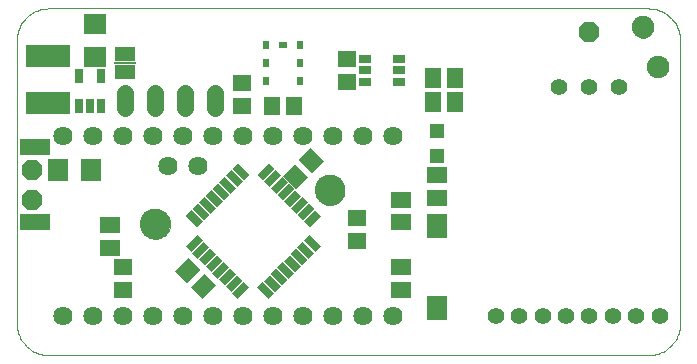
<source format=gts>
G75*
%MOIN*%
%OFA0B0*%
%FSLAX24Y24*%
%IPPOS*%
%LPD*%
%AMOC8*
5,1,8,0,0,1.08239X$1,22.5*
%
%ADD10C,0.0000*%
%ADD11C,0.0749*%
%ADD12C,0.0001*%
%ADD13C,0.1024*%
%ADD14R,0.0540X0.0260*%
%ADD15R,0.0260X0.0540*%
%ADD16R,0.0670X0.0552*%
%ADD17R,0.0552X0.0631*%
%ADD18R,0.0631X0.0552*%
%ADD19C,0.0555*%
%ADD20R,0.0512X0.0512*%
%ADD21R,0.0237X0.0276*%
%ADD22R,0.0276X0.0237*%
%ADD23R,0.0394X0.0316*%
%ADD24C,0.0640*%
%ADD25OC8,0.0670*%
%ADD26R,0.0552X0.0670*%
%ADD27C,0.0560*%
%ADD28R,0.0257X0.0512*%
%ADD29R,0.1457X0.0749*%
%ADD30R,0.0670X0.0749*%
%ADD31R,0.0749X0.0670*%
%ADD32R,0.0670X0.0500*%
%ADD33R,0.0720X0.0060*%
%ADD34R,0.0670X0.0827*%
%ADD35R,0.1040X0.0540*%
D10*
X001305Y000180D02*
X021305Y000180D01*
X022368Y001243D02*
X022368Y010680D01*
X020764Y011118D02*
X020766Y011155D01*
X020772Y011192D01*
X020781Y011227D01*
X020795Y011262D01*
X020811Y011295D01*
X020832Y011326D01*
X020855Y011355D01*
X020881Y011381D01*
X020910Y011404D01*
X020941Y011425D01*
X020974Y011441D01*
X021009Y011455D01*
X021044Y011464D01*
X021081Y011470D01*
X021118Y011472D01*
X021155Y011470D01*
X021192Y011464D01*
X021227Y011455D01*
X021262Y011441D01*
X021295Y011425D01*
X021326Y011404D01*
X021355Y011381D01*
X021381Y011355D01*
X021404Y011326D01*
X021425Y011295D01*
X021441Y011262D01*
X021455Y011227D01*
X021464Y011192D01*
X021470Y011155D01*
X021472Y011118D01*
X021470Y011081D01*
X021464Y011044D01*
X021455Y011009D01*
X021441Y010974D01*
X021425Y010941D01*
X021404Y010910D01*
X021381Y010881D01*
X021355Y010855D01*
X021326Y010832D01*
X021295Y010811D01*
X021262Y010795D01*
X021227Y010781D01*
X021192Y010772D01*
X021155Y010766D01*
X021118Y010764D01*
X021081Y010766D01*
X021044Y010772D01*
X021009Y010781D01*
X020974Y010795D01*
X020941Y010811D01*
X020910Y010832D01*
X020881Y010855D01*
X020855Y010881D01*
X020832Y010910D01*
X020811Y010941D01*
X020795Y010974D01*
X020781Y011009D01*
X020772Y011044D01*
X020766Y011081D01*
X020764Y011118D01*
X021305Y011743D02*
X001305Y011743D01*
X000243Y010680D02*
X000243Y001243D01*
X004376Y004555D02*
X004378Y004599D01*
X004384Y004643D01*
X004394Y004686D01*
X004407Y004728D01*
X004425Y004768D01*
X004446Y004807D01*
X004470Y004844D01*
X004497Y004879D01*
X004528Y004911D01*
X004561Y004940D01*
X004597Y004966D01*
X004635Y004988D01*
X004675Y005007D01*
X004716Y005023D01*
X004759Y005035D01*
X004802Y005043D01*
X004846Y005047D01*
X004890Y005047D01*
X004934Y005043D01*
X004977Y005035D01*
X005020Y005023D01*
X005061Y005007D01*
X005101Y004988D01*
X005139Y004966D01*
X005175Y004940D01*
X005208Y004911D01*
X005239Y004879D01*
X005266Y004844D01*
X005290Y004807D01*
X005311Y004768D01*
X005329Y004728D01*
X005342Y004686D01*
X005352Y004643D01*
X005358Y004599D01*
X005360Y004555D01*
X005358Y004511D01*
X005352Y004467D01*
X005342Y004424D01*
X005329Y004382D01*
X005311Y004342D01*
X005290Y004303D01*
X005266Y004266D01*
X005239Y004231D01*
X005208Y004199D01*
X005175Y004170D01*
X005139Y004144D01*
X005101Y004122D01*
X005061Y004103D01*
X005020Y004087D01*
X004977Y004075D01*
X004934Y004067D01*
X004890Y004063D01*
X004846Y004063D01*
X004802Y004067D01*
X004759Y004075D01*
X004716Y004087D01*
X004675Y004103D01*
X004635Y004122D01*
X004597Y004144D01*
X004561Y004170D01*
X004528Y004199D01*
X004497Y004231D01*
X004470Y004266D01*
X004446Y004303D01*
X004425Y004342D01*
X004407Y004382D01*
X004394Y004424D01*
X004384Y004467D01*
X004378Y004511D01*
X004376Y004555D01*
X010188Y005680D02*
X010190Y005724D01*
X010196Y005768D01*
X010206Y005811D01*
X010219Y005853D01*
X010237Y005893D01*
X010258Y005932D01*
X010282Y005969D01*
X010309Y006004D01*
X010340Y006036D01*
X010373Y006065D01*
X010409Y006091D01*
X010447Y006113D01*
X010487Y006132D01*
X010528Y006148D01*
X010571Y006160D01*
X010614Y006168D01*
X010658Y006172D01*
X010702Y006172D01*
X010746Y006168D01*
X010789Y006160D01*
X010832Y006148D01*
X010873Y006132D01*
X010913Y006113D01*
X010951Y006091D01*
X010987Y006065D01*
X011020Y006036D01*
X011051Y006004D01*
X011078Y005969D01*
X011102Y005932D01*
X011123Y005893D01*
X011141Y005853D01*
X011154Y005811D01*
X011164Y005768D01*
X011170Y005724D01*
X011172Y005680D01*
X011170Y005636D01*
X011164Y005592D01*
X011154Y005549D01*
X011141Y005507D01*
X011123Y005467D01*
X011102Y005428D01*
X011078Y005391D01*
X011051Y005356D01*
X011020Y005324D01*
X010987Y005295D01*
X010951Y005269D01*
X010913Y005247D01*
X010873Y005228D01*
X010832Y005212D01*
X010789Y005200D01*
X010746Y005192D01*
X010702Y005188D01*
X010658Y005188D01*
X010614Y005192D01*
X010571Y005200D01*
X010528Y005212D01*
X010487Y005228D01*
X010447Y005247D01*
X010409Y005269D01*
X010373Y005295D01*
X010340Y005324D01*
X010309Y005356D01*
X010282Y005391D01*
X010258Y005428D01*
X010237Y005467D01*
X010219Y005507D01*
X010206Y005549D01*
X010196Y005592D01*
X010190Y005636D01*
X010188Y005680D01*
X021264Y009805D02*
X021266Y009842D01*
X021272Y009879D01*
X021281Y009914D01*
X021295Y009949D01*
X021311Y009982D01*
X021332Y010013D01*
X021355Y010042D01*
X021381Y010068D01*
X021410Y010091D01*
X021441Y010112D01*
X021474Y010128D01*
X021509Y010142D01*
X021544Y010151D01*
X021581Y010157D01*
X021618Y010159D01*
X021655Y010157D01*
X021692Y010151D01*
X021727Y010142D01*
X021762Y010128D01*
X021795Y010112D01*
X021826Y010091D01*
X021855Y010068D01*
X021881Y010042D01*
X021904Y010013D01*
X021925Y009982D01*
X021941Y009949D01*
X021955Y009914D01*
X021964Y009879D01*
X021970Y009842D01*
X021972Y009805D01*
X021970Y009768D01*
X021964Y009731D01*
X021955Y009696D01*
X021941Y009661D01*
X021925Y009628D01*
X021904Y009597D01*
X021881Y009568D01*
X021855Y009542D01*
X021826Y009519D01*
X021795Y009498D01*
X021762Y009482D01*
X021727Y009468D01*
X021692Y009459D01*
X021655Y009453D01*
X021618Y009451D01*
X021581Y009453D01*
X021544Y009459D01*
X021509Y009468D01*
X021474Y009482D01*
X021441Y009498D01*
X021410Y009519D01*
X021381Y009542D01*
X021355Y009568D01*
X021332Y009597D01*
X021311Y009628D01*
X021295Y009661D01*
X021281Y009696D01*
X021272Y009731D01*
X021266Y009768D01*
X021264Y009805D01*
D11*
X021618Y009805D03*
X021118Y011118D03*
D12*
X021305Y011742D02*
X021369Y011739D01*
X021432Y011732D01*
X021495Y011722D01*
X021558Y011708D01*
X021619Y011690D01*
X021679Y011669D01*
X021738Y011644D01*
X021795Y011616D01*
X021851Y011584D01*
X021904Y011549D01*
X021956Y011511D01*
X022005Y011470D01*
X022051Y011426D01*
X022095Y011380D01*
X022136Y011331D01*
X022174Y011279D01*
X022209Y011226D01*
X022241Y011170D01*
X022269Y011113D01*
X022294Y011054D01*
X022315Y010994D01*
X022333Y010933D01*
X022347Y010870D01*
X022357Y010807D01*
X022364Y010744D01*
X022367Y010680D01*
X022367Y001242D02*
X022364Y001178D01*
X022357Y001115D01*
X022347Y001052D01*
X022333Y000989D01*
X022315Y000928D01*
X022294Y000868D01*
X022269Y000809D01*
X022241Y000752D01*
X022209Y000696D01*
X022174Y000643D01*
X022136Y000591D01*
X022095Y000542D01*
X022051Y000496D01*
X022005Y000452D01*
X021956Y000411D01*
X021904Y000373D01*
X021851Y000338D01*
X021795Y000306D01*
X021738Y000278D01*
X021679Y000253D01*
X021619Y000232D01*
X021558Y000214D01*
X021495Y000200D01*
X021432Y000190D01*
X021369Y000183D01*
X021305Y000180D01*
X001305Y000180D02*
X001241Y000183D01*
X001178Y000190D01*
X001115Y000200D01*
X001052Y000214D01*
X000991Y000232D01*
X000931Y000253D01*
X000872Y000278D01*
X000815Y000306D01*
X000759Y000338D01*
X000706Y000373D01*
X000654Y000411D01*
X000605Y000452D01*
X000559Y000496D01*
X000515Y000542D01*
X000474Y000591D01*
X000436Y000643D01*
X000401Y000696D01*
X000369Y000752D01*
X000341Y000809D01*
X000316Y000868D01*
X000295Y000928D01*
X000277Y000989D01*
X000263Y001052D01*
X000253Y001115D01*
X000246Y001178D01*
X000243Y001242D01*
X000243Y010680D02*
X000246Y010744D01*
X000253Y010807D01*
X000263Y010870D01*
X000277Y010933D01*
X000295Y010994D01*
X000316Y011054D01*
X000341Y011113D01*
X000369Y011170D01*
X000401Y011226D01*
X000436Y011279D01*
X000474Y011331D01*
X000515Y011380D01*
X000559Y011426D01*
X000605Y011470D01*
X000654Y011511D01*
X000706Y011549D01*
X000759Y011584D01*
X000815Y011616D01*
X000872Y011644D01*
X000931Y011669D01*
X000991Y011690D01*
X001052Y011708D01*
X001115Y011722D01*
X001178Y011732D01*
X001241Y011739D01*
X001305Y011742D01*
D13*
X010680Y005680D03*
X004868Y004555D03*
D14*
G36*
X006440Y004007D02*
X006060Y003627D01*
X005876Y003811D01*
X006256Y004191D01*
X006440Y004007D01*
G37*
G36*
X006663Y003784D02*
X006283Y003404D01*
X006099Y003588D01*
X006479Y003968D01*
X006663Y003784D01*
G37*
G36*
X006886Y003562D02*
X006506Y003182D01*
X006322Y003366D01*
X006702Y003746D01*
X006886Y003562D01*
G37*
G36*
X007108Y003339D02*
X006728Y002959D01*
X006544Y003143D01*
X006924Y003523D01*
X007108Y003339D01*
G37*
G36*
X007331Y003116D02*
X006951Y002736D01*
X006767Y002920D01*
X007147Y003300D01*
X007331Y003116D01*
G37*
G36*
X007554Y002894D02*
X007174Y002514D01*
X006990Y002698D01*
X007370Y003078D01*
X007554Y002894D01*
G37*
G36*
X007776Y002671D02*
X007396Y002291D01*
X007212Y002475D01*
X007592Y002855D01*
X007776Y002671D01*
G37*
G36*
X007999Y002448D02*
X007619Y002068D01*
X007435Y002252D01*
X007815Y002632D01*
X007999Y002448D01*
G37*
G36*
X010389Y004838D02*
X010009Y004458D01*
X009825Y004642D01*
X010205Y005022D01*
X010389Y004838D01*
G37*
G36*
X010166Y005061D02*
X009786Y004681D01*
X009602Y004865D01*
X009982Y005245D01*
X010166Y005061D01*
G37*
G36*
X009944Y005284D02*
X009564Y004904D01*
X009380Y005088D01*
X009760Y005468D01*
X009944Y005284D01*
G37*
G36*
X009721Y005506D02*
X009341Y005126D01*
X009157Y005310D01*
X009537Y005690D01*
X009721Y005506D01*
G37*
G36*
X009498Y005729D02*
X009118Y005349D01*
X008934Y005533D01*
X009314Y005913D01*
X009498Y005729D01*
G37*
G36*
X009276Y005952D02*
X008896Y005572D01*
X008712Y005756D01*
X009092Y006136D01*
X009276Y005952D01*
G37*
G36*
X009053Y006174D02*
X008673Y005794D01*
X008489Y005978D01*
X008869Y006358D01*
X009053Y006174D01*
G37*
G36*
X008830Y006397D02*
X008450Y006017D01*
X008266Y006201D01*
X008646Y006581D01*
X008830Y006397D01*
G37*
D15*
G36*
X007999Y006201D02*
X007815Y006017D01*
X007435Y006397D01*
X007619Y006581D01*
X007999Y006201D01*
G37*
G36*
X007776Y005978D02*
X007592Y005794D01*
X007212Y006174D01*
X007396Y006358D01*
X007776Y005978D01*
G37*
G36*
X007554Y005756D02*
X007370Y005572D01*
X006990Y005952D01*
X007174Y006136D01*
X007554Y005756D01*
G37*
G36*
X007331Y005533D02*
X007147Y005349D01*
X006767Y005729D01*
X006951Y005913D01*
X007331Y005533D01*
G37*
G36*
X007108Y005310D02*
X006924Y005126D01*
X006544Y005506D01*
X006728Y005690D01*
X007108Y005310D01*
G37*
G36*
X006886Y005088D02*
X006702Y004904D01*
X006322Y005284D01*
X006506Y005468D01*
X006886Y005088D01*
G37*
G36*
X006663Y004865D02*
X006479Y004681D01*
X006099Y005061D01*
X006283Y005245D01*
X006663Y004865D01*
G37*
G36*
X006440Y004642D02*
X006256Y004458D01*
X005876Y004838D01*
X006060Y005022D01*
X006440Y004642D01*
G37*
G36*
X009721Y003143D02*
X009537Y002959D01*
X009157Y003339D01*
X009341Y003523D01*
X009721Y003143D01*
G37*
G36*
X009498Y002920D02*
X009314Y002736D01*
X008934Y003116D01*
X009118Y003300D01*
X009498Y002920D01*
G37*
G36*
X009276Y002698D02*
X009092Y002514D01*
X008712Y002894D01*
X008896Y003078D01*
X009276Y002698D01*
G37*
G36*
X009053Y002475D02*
X008869Y002291D01*
X008489Y002671D01*
X008673Y002855D01*
X009053Y002475D01*
G37*
G36*
X008830Y002252D02*
X008646Y002068D01*
X008266Y002448D01*
X008450Y002632D01*
X008830Y002252D01*
G37*
G36*
X009944Y003366D02*
X009760Y003182D01*
X009380Y003562D01*
X009564Y003746D01*
X009944Y003366D01*
G37*
G36*
X010166Y003588D02*
X009982Y003404D01*
X009602Y003784D01*
X009786Y003968D01*
X010166Y003588D01*
G37*
G36*
X010389Y003811D02*
X010205Y003627D01*
X009825Y004007D01*
X010009Y004191D01*
X010389Y003811D01*
G37*
D16*
X013055Y003117D03*
X013055Y002368D03*
X013055Y004618D03*
X013055Y005367D03*
X014243Y005431D03*
X014243Y006179D03*
X003350Y004514D03*
X003350Y003766D03*
D17*
G36*
X005923Y002592D02*
X005533Y002982D01*
X005977Y003426D01*
X006367Y003036D01*
X005923Y002592D01*
G37*
G36*
X006451Y002063D02*
X006061Y002453D01*
X006505Y002897D01*
X006895Y002507D01*
X006451Y002063D01*
G37*
G36*
X009952Y006116D02*
X009562Y005726D01*
X009118Y006170D01*
X009508Y006560D01*
X009952Y006116D01*
G37*
G36*
X010481Y006645D02*
X010091Y006255D01*
X009647Y006699D01*
X010037Y007089D01*
X010481Y006645D01*
G37*
X009492Y008493D03*
X008743Y008493D03*
D18*
X007743Y008493D03*
X007743Y009242D03*
X011243Y009306D03*
X011243Y010054D03*
X011584Y004748D03*
X011584Y004000D03*
X003805Y003117D03*
X003805Y002368D03*
D19*
X016211Y001493D03*
X016993Y001493D03*
X017774Y001493D03*
X018555Y001493D03*
X019336Y001493D03*
X020118Y001493D03*
X020899Y001493D03*
X021680Y001493D03*
X020336Y009118D03*
X019336Y009118D03*
X018336Y009118D03*
D20*
X014243Y007656D03*
X014243Y006829D03*
D21*
X009688Y009339D03*
X009688Y009930D03*
X009688Y010521D03*
X008547Y010521D03*
X008547Y009930D03*
X008547Y009339D03*
D22*
X009118Y010540D03*
D23*
X011859Y010054D03*
X011859Y009680D03*
X011859Y009306D03*
X013001Y009306D03*
X013001Y009680D03*
X013001Y010054D03*
D24*
X012805Y007493D03*
X011805Y007493D03*
X010805Y007493D03*
X009805Y007493D03*
X008805Y007493D03*
X007805Y007493D03*
X006805Y007493D03*
X005805Y007493D03*
X004805Y007493D03*
X003805Y007493D03*
X002805Y007493D03*
X001805Y007493D03*
X005305Y006493D03*
X006305Y006493D03*
X005805Y001493D03*
X004805Y001493D03*
X003805Y001493D03*
X002805Y001493D03*
X001805Y001493D03*
X006805Y001493D03*
X007805Y001493D03*
X008805Y001493D03*
X009805Y001493D03*
X010805Y001493D03*
X011805Y001493D03*
X012805Y001493D03*
D25*
X000743Y005368D03*
X000743Y006368D03*
X019336Y010961D03*
D26*
X014867Y009430D03*
X014118Y009430D03*
X014118Y008618D03*
X014867Y008618D03*
D27*
X006868Y008420D02*
X006868Y008940D01*
X005868Y008940D02*
X005868Y008420D01*
X004868Y008420D02*
X004868Y008940D01*
X003868Y008940D02*
X003868Y008420D01*
D28*
X003054Y008481D03*
X002680Y008481D03*
X002306Y008481D03*
X002306Y009504D03*
X003054Y009504D03*
D29*
X001305Y010155D03*
X001305Y008580D03*
D30*
X001629Y006368D03*
X002731Y006368D03*
D31*
X002868Y010129D03*
X002868Y011231D03*
D32*
X003868Y010230D03*
X003868Y009630D03*
D33*
X003868Y009930D03*
D34*
X014243Y004493D03*
X014243Y001742D03*
D35*
X000868Y004618D03*
X000868Y007118D03*
M02*

</source>
